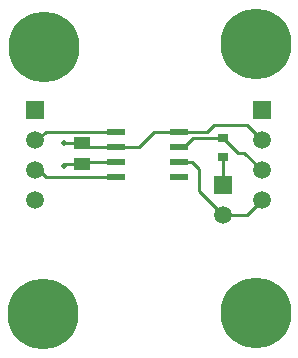
<source format=gtl>
G04*
G04 #@! TF.GenerationSoftware,Altium Limited,Altium Designer,21.8.1 (53)*
G04*
G04 Layer_Physical_Order=1*
G04 Layer_Color=255*
%FSLAX25Y25*%
%MOIN*%
G70*
G04*
G04 #@! TF.SameCoordinates,A3C703E8-1E81-4C36-A1CE-9CBA1459D04D*
G04*
G04*
G04 #@! TF.FilePolarity,Positive*
G04*
G01*
G75*
%ADD10C,0.01000*%
%ADD14R,0.06102X0.02362*%
%ADD15R,0.05315X0.03937*%
%ADD16R,0.03347X0.02756*%
%ADD24R,0.05906X0.05906*%
%ADD25C,0.05906*%
%ADD26C,0.23622*%
%ADD27C,0.01968*%
D10*
X415378Y314272D02*
X417248D01*
X420224Y317248D02*
X430000D01*
X417248Y314272D02*
X420224Y317248D01*
X438000Y321500D02*
X443000Y316500D01*
X427000Y321500D02*
X438000D01*
X424772Y319272D02*
X427000Y321500D01*
X415630Y319272D02*
X424772D01*
X438000Y291500D02*
X443000Y296500D01*
X430000Y291500D02*
X438000D01*
X430295Y317248D02*
X435307Y312236D01*
X437264D01*
X430000Y317248D02*
X430295D01*
X437264Y312236D02*
X443000Y306500D01*
X384370Y314272D02*
X402272D01*
X407272Y319272D02*
X415378D01*
X402272Y314272D02*
X407272Y319272D01*
X377620Y308358D02*
X383000D01*
X377262Y308000D02*
X377620Y308358D01*
X377000Y308000D02*
X377262D01*
X377000Y315500D02*
X382858D01*
X383000Y315642D01*
X384370Y314272D01*
X383913Y309272D02*
X394118D01*
X383000Y308358D02*
X383913Y309272D01*
X368827Y306500D02*
X371056Y304272D01*
X394118D01*
X367500Y306500D02*
X368827D01*
X371025Y319272D02*
X394118D01*
X368254Y316500D02*
X371025Y319272D01*
X367500Y316500D02*
X368254D01*
X419728Y309272D02*
X422000Y307000D01*
X415378Y309272D02*
X419728D01*
X422000Y299500D02*
Y307000D01*
Y299500D02*
X430000Y291500D01*
Y301500D02*
Y310752D01*
D14*
X415630Y309272D02*
D03*
Y304272D02*
D03*
Y314272D02*
D03*
Y319272D02*
D03*
X394370D02*
D03*
Y314272D02*
D03*
Y309272D02*
D03*
Y304272D02*
D03*
D15*
X383000Y315642D02*
D03*
Y308358D02*
D03*
D16*
X430000Y310752D02*
D03*
Y317248D02*
D03*
D24*
X443000Y326500D02*
D03*
X367500D02*
D03*
X430000Y301500D02*
D03*
D25*
X443000Y316500D02*
D03*
Y306500D02*
D03*
Y296500D02*
D03*
X367500Y316500D02*
D03*
Y306500D02*
D03*
Y296500D02*
D03*
X430000Y291500D02*
D03*
D26*
X441000Y259000D02*
D03*
X370000Y258500D02*
D03*
X441000Y348500D02*
D03*
X370500Y347500D02*
D03*
D27*
X377000Y308000D02*
D03*
Y315500D02*
D03*
M02*

</source>
